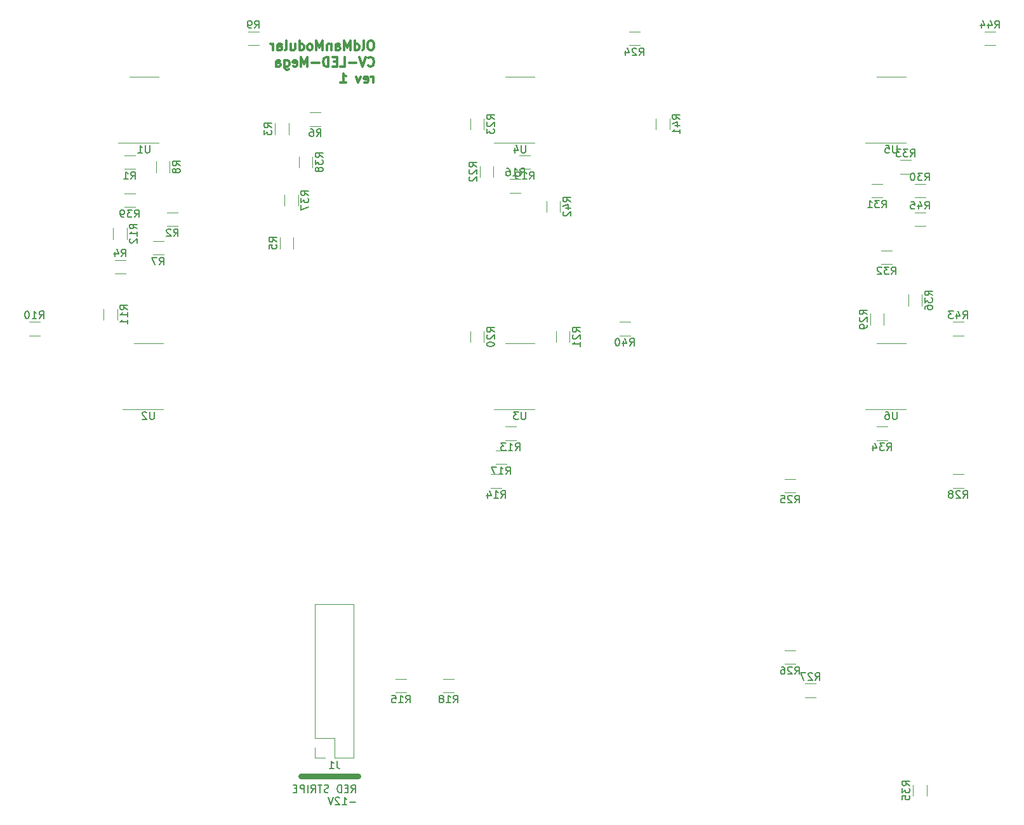
<source format=gbr>
%TF.GenerationSoftware,KiCad,Pcbnew,(5.1.8)-1*%
%TF.CreationDate,2021-01-26T23:12:48-05:00*%
%TF.ProjectId,LedController2,4c656443-6f6e-4747-926f-6c6c6572322e,rev?*%
%TF.SameCoordinates,Original*%
%TF.FileFunction,Legend,Bot*%
%TF.FilePolarity,Positive*%
%FSLAX46Y46*%
G04 Gerber Fmt 4.6, Leading zero omitted, Abs format (unit mm)*
G04 Created by KiCad (PCBNEW (5.1.8)-1) date 2021-01-26 23:12:48*
%MOMM*%
%LPD*%
G01*
G04 APERTURE LIST*
%ADD10C,0.300000*%
%ADD11C,0.150000*%
%ADD12C,0.750000*%
%ADD13C,0.120000*%
G04 APERTURE END LIST*
D10*
X50069285Y-2220476D02*
X49831190Y-2220476D01*
X49712142Y-2280000D01*
X49593095Y-2399047D01*
X49533571Y-2637142D01*
X49533571Y-3053809D01*
X49593095Y-3291904D01*
X49712142Y-3410952D01*
X49831190Y-3470476D01*
X50069285Y-3470476D01*
X50188333Y-3410952D01*
X50307380Y-3291904D01*
X50366904Y-3053809D01*
X50366904Y-2637142D01*
X50307380Y-2399047D01*
X50188333Y-2280000D01*
X50069285Y-2220476D01*
X48819285Y-3470476D02*
X48938333Y-3410952D01*
X48997857Y-3291904D01*
X48997857Y-2220476D01*
X47807380Y-3470476D02*
X47807380Y-2220476D01*
X47807380Y-3410952D02*
X47926428Y-3470476D01*
X48164523Y-3470476D01*
X48283571Y-3410952D01*
X48343095Y-3351428D01*
X48402619Y-3232380D01*
X48402619Y-2875238D01*
X48343095Y-2756190D01*
X48283571Y-2696666D01*
X48164523Y-2637142D01*
X47926428Y-2637142D01*
X47807380Y-2696666D01*
X47212142Y-3470476D02*
X47212142Y-2220476D01*
X46795476Y-3113333D01*
X46378809Y-2220476D01*
X46378809Y-3470476D01*
X45247857Y-3470476D02*
X45247857Y-2815714D01*
X45307380Y-2696666D01*
X45426428Y-2637142D01*
X45664523Y-2637142D01*
X45783571Y-2696666D01*
X45247857Y-3410952D02*
X45366904Y-3470476D01*
X45664523Y-3470476D01*
X45783571Y-3410952D01*
X45843095Y-3291904D01*
X45843095Y-3172857D01*
X45783571Y-3053809D01*
X45664523Y-2994285D01*
X45366904Y-2994285D01*
X45247857Y-2934761D01*
X44652619Y-2637142D02*
X44652619Y-3470476D01*
X44652619Y-2756190D02*
X44593095Y-2696666D01*
X44474047Y-2637142D01*
X44295476Y-2637142D01*
X44176428Y-2696666D01*
X44116904Y-2815714D01*
X44116904Y-3470476D01*
X43521666Y-3470476D02*
X43521666Y-2220476D01*
X43105000Y-3113333D01*
X42688333Y-2220476D01*
X42688333Y-3470476D01*
X41914523Y-3470476D02*
X42033571Y-3410952D01*
X42093095Y-3351428D01*
X42152619Y-3232380D01*
X42152619Y-2875238D01*
X42093095Y-2756190D01*
X42033571Y-2696666D01*
X41914523Y-2637142D01*
X41735952Y-2637142D01*
X41616904Y-2696666D01*
X41557380Y-2756190D01*
X41497857Y-2875238D01*
X41497857Y-3232380D01*
X41557380Y-3351428D01*
X41616904Y-3410952D01*
X41735952Y-3470476D01*
X41914523Y-3470476D01*
X40426428Y-3470476D02*
X40426428Y-2220476D01*
X40426428Y-3410952D02*
X40545476Y-3470476D01*
X40783571Y-3470476D01*
X40902619Y-3410952D01*
X40962142Y-3351428D01*
X41021666Y-3232380D01*
X41021666Y-2875238D01*
X40962142Y-2756190D01*
X40902619Y-2696666D01*
X40783571Y-2637142D01*
X40545476Y-2637142D01*
X40426428Y-2696666D01*
X39295476Y-2637142D02*
X39295476Y-3470476D01*
X39831190Y-2637142D02*
X39831190Y-3291904D01*
X39771666Y-3410952D01*
X39652619Y-3470476D01*
X39474047Y-3470476D01*
X39355000Y-3410952D01*
X39295476Y-3351428D01*
X38521666Y-3470476D02*
X38640714Y-3410952D01*
X38700238Y-3291904D01*
X38700238Y-2220476D01*
X37509761Y-3470476D02*
X37509761Y-2815714D01*
X37569285Y-2696666D01*
X37688333Y-2637142D01*
X37926428Y-2637142D01*
X38045476Y-2696666D01*
X37509761Y-3410952D02*
X37628809Y-3470476D01*
X37926428Y-3470476D01*
X38045476Y-3410952D01*
X38105000Y-3291904D01*
X38105000Y-3172857D01*
X38045476Y-3053809D01*
X37926428Y-2994285D01*
X37628809Y-2994285D01*
X37509761Y-2934761D01*
X36914523Y-3470476D02*
X36914523Y-2637142D01*
X36914523Y-2875238D02*
X36855000Y-2756190D01*
X36795476Y-2696666D01*
X36676428Y-2637142D01*
X36557380Y-2637142D01*
X49593095Y-5526428D02*
X49652619Y-5585952D01*
X49831190Y-5645476D01*
X49950238Y-5645476D01*
X50128809Y-5585952D01*
X50247857Y-5466904D01*
X50307380Y-5347857D01*
X50366904Y-5109761D01*
X50366904Y-4931190D01*
X50307380Y-4693095D01*
X50247857Y-4574047D01*
X50128809Y-4455000D01*
X49950238Y-4395476D01*
X49831190Y-4395476D01*
X49652619Y-4455000D01*
X49593095Y-4514523D01*
X49235952Y-4395476D02*
X48819285Y-5645476D01*
X48402619Y-4395476D01*
X47985952Y-5169285D02*
X47033571Y-5169285D01*
X45843095Y-5645476D02*
X46438333Y-5645476D01*
X46438333Y-4395476D01*
X45426428Y-4990714D02*
X45009761Y-4990714D01*
X44831190Y-5645476D02*
X45426428Y-5645476D01*
X45426428Y-4395476D01*
X44831190Y-4395476D01*
X44295476Y-5645476D02*
X44295476Y-4395476D01*
X43997857Y-4395476D01*
X43819285Y-4455000D01*
X43700238Y-4574047D01*
X43640714Y-4693095D01*
X43581190Y-4931190D01*
X43581190Y-5109761D01*
X43640714Y-5347857D01*
X43700238Y-5466904D01*
X43819285Y-5585952D01*
X43997857Y-5645476D01*
X44295476Y-5645476D01*
X43045476Y-5169285D02*
X42093095Y-5169285D01*
X41497857Y-5645476D02*
X41497857Y-4395476D01*
X41081190Y-5288333D01*
X40664523Y-4395476D01*
X40664523Y-5645476D01*
X39593095Y-5585952D02*
X39712142Y-5645476D01*
X39950238Y-5645476D01*
X40069285Y-5585952D01*
X40128809Y-5466904D01*
X40128809Y-4990714D01*
X40069285Y-4871666D01*
X39950238Y-4812142D01*
X39712142Y-4812142D01*
X39593095Y-4871666D01*
X39533571Y-4990714D01*
X39533571Y-5109761D01*
X40128809Y-5228809D01*
X38462142Y-4812142D02*
X38462142Y-5824047D01*
X38521666Y-5943095D01*
X38581190Y-6002619D01*
X38700238Y-6062142D01*
X38878809Y-6062142D01*
X38997857Y-6002619D01*
X38462142Y-5585952D02*
X38581190Y-5645476D01*
X38819285Y-5645476D01*
X38938333Y-5585952D01*
X38997857Y-5526428D01*
X39057380Y-5407380D01*
X39057380Y-5050238D01*
X38997857Y-4931190D01*
X38938333Y-4871666D01*
X38819285Y-4812142D01*
X38581190Y-4812142D01*
X38462142Y-4871666D01*
X37331190Y-5645476D02*
X37331190Y-4990714D01*
X37390714Y-4871666D01*
X37509761Y-4812142D01*
X37747857Y-4812142D01*
X37866904Y-4871666D01*
X37331190Y-5585952D02*
X37450238Y-5645476D01*
X37747857Y-5645476D01*
X37866904Y-5585952D01*
X37926428Y-5466904D01*
X37926428Y-5347857D01*
X37866904Y-5228809D01*
X37747857Y-5169285D01*
X37450238Y-5169285D01*
X37331190Y-5109761D01*
X50307380Y-7820476D02*
X50307380Y-6987142D01*
X50307380Y-7225238D02*
X50247857Y-7106190D01*
X50188333Y-7046666D01*
X50069285Y-6987142D01*
X49950238Y-6987142D01*
X49057380Y-7760952D02*
X49176428Y-7820476D01*
X49414523Y-7820476D01*
X49533571Y-7760952D01*
X49593095Y-7641904D01*
X49593095Y-7165714D01*
X49533571Y-7046666D01*
X49414523Y-6987142D01*
X49176428Y-6987142D01*
X49057380Y-7046666D01*
X48997857Y-7165714D01*
X48997857Y-7284761D01*
X49593095Y-7403809D01*
X48581190Y-6987142D02*
X48283571Y-7820476D01*
X47985952Y-6987142D01*
X45902619Y-7820476D02*
X46616904Y-7820476D01*
X46259761Y-7820476D02*
X46259761Y-6570476D01*
X46378809Y-6749047D01*
X46497857Y-6868095D01*
X46616904Y-6927619D01*
D11*
X47352976Y-102497380D02*
X47686309Y-102021190D01*
X47924404Y-102497380D02*
X47924404Y-101497380D01*
X47543452Y-101497380D01*
X47448214Y-101545000D01*
X47400595Y-101592619D01*
X47352976Y-101687857D01*
X47352976Y-101830714D01*
X47400595Y-101925952D01*
X47448214Y-101973571D01*
X47543452Y-102021190D01*
X47924404Y-102021190D01*
X46924404Y-101973571D02*
X46591071Y-101973571D01*
X46448214Y-102497380D02*
X46924404Y-102497380D01*
X46924404Y-101497380D01*
X46448214Y-101497380D01*
X46019642Y-102497380D02*
X46019642Y-101497380D01*
X45781547Y-101497380D01*
X45638690Y-101545000D01*
X45543452Y-101640238D01*
X45495833Y-101735476D01*
X45448214Y-101925952D01*
X45448214Y-102068809D01*
X45495833Y-102259285D01*
X45543452Y-102354523D01*
X45638690Y-102449761D01*
X45781547Y-102497380D01*
X46019642Y-102497380D01*
X44305357Y-102449761D02*
X44162500Y-102497380D01*
X43924404Y-102497380D01*
X43829166Y-102449761D01*
X43781547Y-102402142D01*
X43733928Y-102306904D01*
X43733928Y-102211666D01*
X43781547Y-102116428D01*
X43829166Y-102068809D01*
X43924404Y-102021190D01*
X44114880Y-101973571D01*
X44210119Y-101925952D01*
X44257738Y-101878333D01*
X44305357Y-101783095D01*
X44305357Y-101687857D01*
X44257738Y-101592619D01*
X44210119Y-101545000D01*
X44114880Y-101497380D01*
X43876785Y-101497380D01*
X43733928Y-101545000D01*
X43448214Y-101497380D02*
X42876785Y-101497380D01*
X43162500Y-102497380D02*
X43162500Y-101497380D01*
X41972023Y-102497380D02*
X42305357Y-102021190D01*
X42543452Y-102497380D02*
X42543452Y-101497380D01*
X42162500Y-101497380D01*
X42067261Y-101545000D01*
X42019642Y-101592619D01*
X41972023Y-101687857D01*
X41972023Y-101830714D01*
X42019642Y-101925952D01*
X42067261Y-101973571D01*
X42162500Y-102021190D01*
X42543452Y-102021190D01*
X41543452Y-102497380D02*
X41543452Y-101497380D01*
X41067261Y-102497380D02*
X41067261Y-101497380D01*
X40686309Y-101497380D01*
X40591071Y-101545000D01*
X40543452Y-101592619D01*
X40495833Y-101687857D01*
X40495833Y-101830714D01*
X40543452Y-101925952D01*
X40591071Y-101973571D01*
X40686309Y-102021190D01*
X41067261Y-102021190D01*
X40067261Y-101973571D02*
X39733928Y-101973571D01*
X39591071Y-102497380D02*
X40067261Y-102497380D01*
X40067261Y-101497380D01*
X39591071Y-101497380D01*
X47924404Y-103766428D02*
X47162500Y-103766428D01*
X46162500Y-104147380D02*
X46733928Y-104147380D01*
X46448214Y-104147380D02*
X46448214Y-103147380D01*
X46543452Y-103290238D01*
X46638690Y-103385476D01*
X46733928Y-103433095D01*
X45781547Y-103242619D02*
X45733928Y-103195000D01*
X45638690Y-103147380D01*
X45400595Y-103147380D01*
X45305357Y-103195000D01*
X45257738Y-103242619D01*
X45210119Y-103337857D01*
X45210119Y-103433095D01*
X45257738Y-103575952D01*
X45829166Y-104147380D01*
X45210119Y-104147380D01*
X44924404Y-103147380D02*
X44591071Y-104147380D01*
X44257738Y-103147380D01*
D12*
X40640000Y-100330000D02*
X48260000Y-100330000D01*
D13*
%TO.C,R45*%
X123917064Y-25125000D02*
X122462936Y-25125000D01*
X123917064Y-26945000D02*
X122462936Y-26945000D01*
%TO.C,R44*%
X133249064Y-995000D02*
X131794936Y-995000D01*
X133249064Y-2815000D02*
X131794936Y-2815000D01*
%TO.C,R43*%
X128997064Y-39730000D02*
X127542936Y-39730000D01*
X128997064Y-41550000D02*
X127542936Y-41550000D01*
%TO.C,R42*%
X75205000Y-25049564D02*
X75205000Y-23595436D01*
X73385000Y-25049564D02*
X73385000Y-23595436D01*
%TO.C,R41*%
X89810000Y-14062064D02*
X89810000Y-12607936D01*
X87990000Y-14062064D02*
X87990000Y-12607936D01*
%TO.C,R40*%
X83092936Y-41550000D02*
X84547064Y-41550000D01*
X83092936Y-39730000D02*
X84547064Y-39730000D01*
%TO.C,R39*%
X17052936Y-24405000D02*
X18507064Y-24405000D01*
X17052936Y-22585000D02*
X18507064Y-22585000D01*
%TO.C,R38*%
X42185000Y-19142064D02*
X42185000Y-17687936D01*
X40365000Y-19142064D02*
X40365000Y-17687936D01*
%TO.C,R37*%
X40280000Y-24222064D02*
X40280000Y-22767936D01*
X38460000Y-24222064D02*
X38460000Y-22767936D01*
%TO.C,U5*%
X119340000Y-6995000D02*
X121290000Y-6995000D01*
X119340000Y-6995000D02*
X117390000Y-6995000D01*
X119340000Y-15865000D02*
X121290000Y-15865000D01*
X119340000Y-15865000D02*
X115890000Y-15865000D01*
%TO.C,U3*%
X69830000Y-42555000D02*
X71780000Y-42555000D01*
X69830000Y-42555000D02*
X67880000Y-42555000D01*
X69830000Y-51425000D02*
X71780000Y-51425000D01*
X69830000Y-51425000D02*
X66380000Y-51425000D01*
%TO.C,U1*%
X19685000Y-6995000D02*
X21635000Y-6995000D01*
X19685000Y-6995000D02*
X17735000Y-6995000D01*
X19685000Y-15865000D02*
X21635000Y-15865000D01*
X19685000Y-15865000D02*
X16235000Y-15865000D01*
%TO.C,U6*%
X119340000Y-42555000D02*
X121290000Y-42555000D01*
X119340000Y-42555000D02*
X117390000Y-42555000D01*
X119340000Y-51425000D02*
X121290000Y-51425000D01*
X119340000Y-51425000D02*
X115890000Y-51425000D01*
%TO.C,U4*%
X69830000Y-6995000D02*
X71780000Y-6995000D01*
X69830000Y-6995000D02*
X67880000Y-6995000D01*
X69830000Y-15865000D02*
X71780000Y-15865000D01*
X69830000Y-15865000D02*
X66380000Y-15865000D01*
%TO.C,U2*%
X20280000Y-42555000D02*
X22230000Y-42555000D01*
X20280000Y-42555000D02*
X18330000Y-42555000D01*
X20280000Y-51425000D02*
X22230000Y-51425000D01*
X20280000Y-51425000D02*
X16830000Y-51425000D01*
%TO.C,R36*%
X123465000Y-37557064D02*
X123465000Y-36102936D01*
X121645000Y-37557064D02*
X121645000Y-36102936D01*
%TO.C,R35*%
X122280000Y-101507936D02*
X122280000Y-102962064D01*
X124100000Y-101507936D02*
X124100000Y-102962064D01*
%TO.C,R34*%
X117382936Y-55520000D02*
X118837064Y-55520000D01*
X117382936Y-53700000D02*
X118837064Y-53700000D01*
%TO.C,R33*%
X122012064Y-18140000D02*
X120557936Y-18140000D01*
X122012064Y-19960000D02*
X120557936Y-19960000D01*
%TO.C,R32*%
X118017936Y-32025000D02*
X119472064Y-32025000D01*
X118017936Y-30205000D02*
X119472064Y-30205000D01*
%TO.C,R31*%
X116747936Y-23135000D02*
X118202064Y-23135000D01*
X116747936Y-21315000D02*
X118202064Y-21315000D01*
%TO.C,R30*%
X123917064Y-21315000D02*
X122462936Y-21315000D01*
X123917064Y-23135000D02*
X122462936Y-23135000D01*
%TO.C,R29*%
X116565000Y-38642936D02*
X116565000Y-40097064D01*
X118385000Y-38642936D02*
X118385000Y-40097064D01*
%TO.C,R28*%
X127542936Y-61870000D02*
X128997064Y-61870000D01*
X127542936Y-60050000D02*
X128997064Y-60050000D01*
%TO.C,R27*%
X109312064Y-87990000D02*
X107857936Y-87990000D01*
X109312064Y-89810000D02*
X107857936Y-89810000D01*
%TO.C,R26*%
X105124936Y-85365000D02*
X106579064Y-85365000D01*
X105124936Y-83545000D02*
X106579064Y-83545000D01*
%TO.C,R25*%
X105124936Y-62505000D02*
X106579064Y-62505000D01*
X105124936Y-60685000D02*
X106579064Y-60685000D01*
%TO.C,R24*%
X84362936Y-2815000D02*
X85817064Y-2815000D01*
X84362936Y-995000D02*
X85817064Y-995000D01*
%TO.C,R23*%
X65045000Y-14062064D02*
X65045000Y-12607936D01*
X63225000Y-14062064D02*
X63225000Y-12607936D01*
%TO.C,R22*%
X64495000Y-18957936D02*
X64495000Y-20412064D01*
X66315000Y-18957936D02*
X66315000Y-20412064D01*
%TO.C,R21*%
X76475000Y-42444564D02*
X76475000Y-40990436D01*
X74655000Y-42444564D02*
X74655000Y-40990436D01*
%TO.C,R20*%
X65045000Y-42444564D02*
X65045000Y-40990436D01*
X63225000Y-42444564D02*
X63225000Y-40990436D01*
%TO.C,R19*%
X69757936Y-19325000D02*
X71212064Y-19325000D01*
X69757936Y-17505000D02*
X71212064Y-17505000D01*
%TO.C,R18*%
X59597936Y-89175000D02*
X61052064Y-89175000D01*
X59597936Y-87355000D02*
X61052064Y-87355000D01*
%TO.C,R17*%
X66582936Y-58695000D02*
X68037064Y-58695000D01*
X66582936Y-56875000D02*
X68037064Y-56875000D01*
%TO.C,R16*%
X69942064Y-20680000D02*
X68487936Y-20680000D01*
X69942064Y-22500000D02*
X68487936Y-22500000D01*
%TO.C,R15*%
X53247936Y-89175000D02*
X54702064Y-89175000D01*
X53247936Y-87355000D02*
X54702064Y-87355000D01*
%TO.C,R14*%
X65947936Y-61870000D02*
X67402064Y-61870000D01*
X65947936Y-60050000D02*
X67402064Y-60050000D01*
%TO.C,R13*%
X67852936Y-55520000D02*
X69307064Y-55520000D01*
X67852936Y-53700000D02*
X69307064Y-53700000D01*
%TO.C,R12*%
X17420000Y-28667064D02*
X17420000Y-27212936D01*
X15600000Y-28667064D02*
X15600000Y-27212936D01*
%TO.C,R11*%
X16150000Y-39462064D02*
X16150000Y-38007936D01*
X14330000Y-39462064D02*
X14330000Y-38007936D01*
%TO.C,R10*%
X5807064Y-39730000D02*
X4352936Y-39730000D01*
X5807064Y-41550000D02*
X4352936Y-41550000D01*
%TO.C,R9*%
X35017064Y-995000D02*
X33562936Y-995000D01*
X35017064Y-2815000D02*
X33562936Y-2815000D01*
%TO.C,R8*%
X23135000Y-19777064D02*
X23135000Y-18322936D01*
X21315000Y-19777064D02*
X21315000Y-18322936D01*
%TO.C,R7*%
X20862936Y-30755000D02*
X22317064Y-30755000D01*
X20862936Y-28935000D02*
X22317064Y-28935000D01*
%TO.C,R6*%
X41817936Y-13610000D02*
X43272064Y-13610000D01*
X41817936Y-11790000D02*
X43272064Y-11790000D01*
%TO.C,R5*%
X37825000Y-28482936D02*
X37825000Y-29937064D01*
X39645000Y-28482936D02*
X39645000Y-29937064D01*
%TO.C,R4*%
X17237064Y-31475000D02*
X15782936Y-31475000D01*
X17237064Y-33295000D02*
X15782936Y-33295000D01*
%TO.C,R3*%
X37190000Y-13242936D02*
X37190000Y-14697064D01*
X39010000Y-13242936D02*
X39010000Y-14697064D01*
%TO.C,R2*%
X22767936Y-26945000D02*
X24222064Y-26945000D01*
X22767936Y-25125000D02*
X24222064Y-25125000D01*
%TO.C,R1*%
X17052936Y-19325000D02*
X18507064Y-19325000D01*
X17052936Y-17505000D02*
X18507064Y-17505000D01*
%TO.C,J1*%
X42485000Y-77410000D02*
X47685000Y-77410000D01*
X42485000Y-95250000D02*
X42485000Y-77410000D01*
X47685000Y-97850000D02*
X47685000Y-77410000D01*
X42485000Y-95250000D02*
X45085000Y-95250000D01*
X45085000Y-95250000D02*
X45085000Y-97850000D01*
X45085000Y-97850000D02*
X47685000Y-97850000D01*
X42485000Y-96520000D02*
X42485000Y-97850000D01*
X42485000Y-97850000D02*
X43815000Y-97850000D01*
%TO.C,R45*%
D11*
X123832857Y-24667380D02*
X124166190Y-24191190D01*
X124404285Y-24667380D02*
X124404285Y-23667380D01*
X124023333Y-23667380D01*
X123928095Y-23715000D01*
X123880476Y-23762619D01*
X123832857Y-23857857D01*
X123832857Y-24000714D01*
X123880476Y-24095952D01*
X123928095Y-24143571D01*
X124023333Y-24191190D01*
X124404285Y-24191190D01*
X122975714Y-24000714D02*
X122975714Y-24667380D01*
X123213809Y-23619761D02*
X123451904Y-24334047D01*
X122832857Y-24334047D01*
X121975714Y-23667380D02*
X122451904Y-23667380D01*
X122499523Y-24143571D01*
X122451904Y-24095952D01*
X122356666Y-24048333D01*
X122118571Y-24048333D01*
X122023333Y-24095952D01*
X121975714Y-24143571D01*
X121928095Y-24238809D01*
X121928095Y-24476904D01*
X121975714Y-24572142D01*
X122023333Y-24619761D01*
X122118571Y-24667380D01*
X122356666Y-24667380D01*
X122451904Y-24619761D01*
X122499523Y-24572142D01*
%TO.C,R44*%
X133164857Y-537380D02*
X133498190Y-61190D01*
X133736285Y-537380D02*
X133736285Y462619D01*
X133355333Y462619D01*
X133260095Y415000D01*
X133212476Y367380D01*
X133164857Y272142D01*
X133164857Y129285D01*
X133212476Y34047D01*
X133260095Y-13571D01*
X133355333Y-61190D01*
X133736285Y-61190D01*
X132307714Y129285D02*
X132307714Y-537380D01*
X132545809Y510238D02*
X132783904Y-204047D01*
X132164857Y-204047D01*
X131355333Y129285D02*
X131355333Y-537380D01*
X131593428Y510238D02*
X131831523Y-204047D01*
X131212476Y-204047D01*
%TO.C,R43*%
X128912857Y-39272380D02*
X129246190Y-38796190D01*
X129484285Y-39272380D02*
X129484285Y-38272380D01*
X129103333Y-38272380D01*
X129008095Y-38320000D01*
X128960476Y-38367619D01*
X128912857Y-38462857D01*
X128912857Y-38605714D01*
X128960476Y-38700952D01*
X129008095Y-38748571D01*
X129103333Y-38796190D01*
X129484285Y-38796190D01*
X128055714Y-38605714D02*
X128055714Y-39272380D01*
X128293809Y-38224761D02*
X128531904Y-38939047D01*
X127912857Y-38939047D01*
X127627142Y-38272380D02*
X127008095Y-38272380D01*
X127341428Y-38653333D01*
X127198571Y-38653333D01*
X127103333Y-38700952D01*
X127055714Y-38748571D01*
X127008095Y-38843809D01*
X127008095Y-39081904D01*
X127055714Y-39177142D01*
X127103333Y-39224761D01*
X127198571Y-39272380D01*
X127484285Y-39272380D01*
X127579523Y-39224761D01*
X127627142Y-39177142D01*
%TO.C,R42*%
X76567380Y-23679642D02*
X76091190Y-23346309D01*
X76567380Y-23108214D02*
X75567380Y-23108214D01*
X75567380Y-23489166D01*
X75615000Y-23584404D01*
X75662619Y-23632023D01*
X75757857Y-23679642D01*
X75900714Y-23679642D01*
X75995952Y-23632023D01*
X76043571Y-23584404D01*
X76091190Y-23489166D01*
X76091190Y-23108214D01*
X75900714Y-24536785D02*
X76567380Y-24536785D01*
X75519761Y-24298690D02*
X76234047Y-24060595D01*
X76234047Y-24679642D01*
X75662619Y-25012976D02*
X75615000Y-25060595D01*
X75567380Y-25155833D01*
X75567380Y-25393928D01*
X75615000Y-25489166D01*
X75662619Y-25536785D01*
X75757857Y-25584404D01*
X75853095Y-25584404D01*
X75995952Y-25536785D01*
X76567380Y-24965357D01*
X76567380Y-25584404D01*
%TO.C,R41*%
X91172380Y-12692142D02*
X90696190Y-12358809D01*
X91172380Y-12120714D02*
X90172380Y-12120714D01*
X90172380Y-12501666D01*
X90220000Y-12596904D01*
X90267619Y-12644523D01*
X90362857Y-12692142D01*
X90505714Y-12692142D01*
X90600952Y-12644523D01*
X90648571Y-12596904D01*
X90696190Y-12501666D01*
X90696190Y-12120714D01*
X90505714Y-13549285D02*
X91172380Y-13549285D01*
X90124761Y-13311190D02*
X90839047Y-13073095D01*
X90839047Y-13692142D01*
X91172380Y-14596904D02*
X91172380Y-14025476D01*
X91172380Y-14311190D02*
X90172380Y-14311190D01*
X90315238Y-14215952D01*
X90410476Y-14120714D01*
X90458095Y-14025476D01*
%TO.C,R40*%
X84462857Y-42912380D02*
X84796190Y-42436190D01*
X85034285Y-42912380D02*
X85034285Y-41912380D01*
X84653333Y-41912380D01*
X84558095Y-41960000D01*
X84510476Y-42007619D01*
X84462857Y-42102857D01*
X84462857Y-42245714D01*
X84510476Y-42340952D01*
X84558095Y-42388571D01*
X84653333Y-42436190D01*
X85034285Y-42436190D01*
X83605714Y-42245714D02*
X83605714Y-42912380D01*
X83843809Y-41864761D02*
X84081904Y-42579047D01*
X83462857Y-42579047D01*
X82891428Y-41912380D02*
X82796190Y-41912380D01*
X82700952Y-41960000D01*
X82653333Y-42007619D01*
X82605714Y-42102857D01*
X82558095Y-42293333D01*
X82558095Y-42531428D01*
X82605714Y-42721904D01*
X82653333Y-42817142D01*
X82700952Y-42864761D01*
X82796190Y-42912380D01*
X82891428Y-42912380D01*
X82986666Y-42864761D01*
X83034285Y-42817142D01*
X83081904Y-42721904D01*
X83129523Y-42531428D01*
X83129523Y-42293333D01*
X83081904Y-42102857D01*
X83034285Y-42007619D01*
X82986666Y-41960000D01*
X82891428Y-41912380D01*
%TO.C,R39*%
X18422857Y-25767380D02*
X18756190Y-25291190D01*
X18994285Y-25767380D02*
X18994285Y-24767380D01*
X18613333Y-24767380D01*
X18518095Y-24815000D01*
X18470476Y-24862619D01*
X18422857Y-24957857D01*
X18422857Y-25100714D01*
X18470476Y-25195952D01*
X18518095Y-25243571D01*
X18613333Y-25291190D01*
X18994285Y-25291190D01*
X18089523Y-24767380D02*
X17470476Y-24767380D01*
X17803809Y-25148333D01*
X17660952Y-25148333D01*
X17565714Y-25195952D01*
X17518095Y-25243571D01*
X17470476Y-25338809D01*
X17470476Y-25576904D01*
X17518095Y-25672142D01*
X17565714Y-25719761D01*
X17660952Y-25767380D01*
X17946666Y-25767380D01*
X18041904Y-25719761D01*
X18089523Y-25672142D01*
X16994285Y-25767380D02*
X16803809Y-25767380D01*
X16708571Y-25719761D01*
X16660952Y-25672142D01*
X16565714Y-25529285D01*
X16518095Y-25338809D01*
X16518095Y-24957857D01*
X16565714Y-24862619D01*
X16613333Y-24815000D01*
X16708571Y-24767380D01*
X16899047Y-24767380D01*
X16994285Y-24815000D01*
X17041904Y-24862619D01*
X17089523Y-24957857D01*
X17089523Y-25195952D01*
X17041904Y-25291190D01*
X16994285Y-25338809D01*
X16899047Y-25386428D01*
X16708571Y-25386428D01*
X16613333Y-25338809D01*
X16565714Y-25291190D01*
X16518095Y-25195952D01*
%TO.C,R38*%
X43547380Y-17772142D02*
X43071190Y-17438809D01*
X43547380Y-17200714D02*
X42547380Y-17200714D01*
X42547380Y-17581666D01*
X42595000Y-17676904D01*
X42642619Y-17724523D01*
X42737857Y-17772142D01*
X42880714Y-17772142D01*
X42975952Y-17724523D01*
X43023571Y-17676904D01*
X43071190Y-17581666D01*
X43071190Y-17200714D01*
X42547380Y-18105476D02*
X42547380Y-18724523D01*
X42928333Y-18391190D01*
X42928333Y-18534047D01*
X42975952Y-18629285D01*
X43023571Y-18676904D01*
X43118809Y-18724523D01*
X43356904Y-18724523D01*
X43452142Y-18676904D01*
X43499761Y-18629285D01*
X43547380Y-18534047D01*
X43547380Y-18248333D01*
X43499761Y-18153095D01*
X43452142Y-18105476D01*
X42975952Y-19295952D02*
X42928333Y-19200714D01*
X42880714Y-19153095D01*
X42785476Y-19105476D01*
X42737857Y-19105476D01*
X42642619Y-19153095D01*
X42595000Y-19200714D01*
X42547380Y-19295952D01*
X42547380Y-19486428D01*
X42595000Y-19581666D01*
X42642619Y-19629285D01*
X42737857Y-19676904D01*
X42785476Y-19676904D01*
X42880714Y-19629285D01*
X42928333Y-19581666D01*
X42975952Y-19486428D01*
X42975952Y-19295952D01*
X43023571Y-19200714D01*
X43071190Y-19153095D01*
X43166428Y-19105476D01*
X43356904Y-19105476D01*
X43452142Y-19153095D01*
X43499761Y-19200714D01*
X43547380Y-19295952D01*
X43547380Y-19486428D01*
X43499761Y-19581666D01*
X43452142Y-19629285D01*
X43356904Y-19676904D01*
X43166428Y-19676904D01*
X43071190Y-19629285D01*
X43023571Y-19581666D01*
X42975952Y-19486428D01*
%TO.C,R37*%
X41642380Y-22852142D02*
X41166190Y-22518809D01*
X41642380Y-22280714D02*
X40642380Y-22280714D01*
X40642380Y-22661666D01*
X40690000Y-22756904D01*
X40737619Y-22804523D01*
X40832857Y-22852142D01*
X40975714Y-22852142D01*
X41070952Y-22804523D01*
X41118571Y-22756904D01*
X41166190Y-22661666D01*
X41166190Y-22280714D01*
X40642380Y-23185476D02*
X40642380Y-23804523D01*
X41023333Y-23471190D01*
X41023333Y-23614047D01*
X41070952Y-23709285D01*
X41118571Y-23756904D01*
X41213809Y-23804523D01*
X41451904Y-23804523D01*
X41547142Y-23756904D01*
X41594761Y-23709285D01*
X41642380Y-23614047D01*
X41642380Y-23328333D01*
X41594761Y-23233095D01*
X41547142Y-23185476D01*
X40642380Y-24137857D02*
X40642380Y-24804523D01*
X41642380Y-24375952D01*
%TO.C,U5*%
X120101904Y-16162380D02*
X120101904Y-16971904D01*
X120054285Y-17067142D01*
X120006666Y-17114761D01*
X119911428Y-17162380D01*
X119720952Y-17162380D01*
X119625714Y-17114761D01*
X119578095Y-17067142D01*
X119530476Y-16971904D01*
X119530476Y-16162380D01*
X118578095Y-16162380D02*
X119054285Y-16162380D01*
X119101904Y-16638571D01*
X119054285Y-16590952D01*
X118959047Y-16543333D01*
X118720952Y-16543333D01*
X118625714Y-16590952D01*
X118578095Y-16638571D01*
X118530476Y-16733809D01*
X118530476Y-16971904D01*
X118578095Y-17067142D01*
X118625714Y-17114761D01*
X118720952Y-17162380D01*
X118959047Y-17162380D01*
X119054285Y-17114761D01*
X119101904Y-17067142D01*
%TO.C,U3*%
X70591904Y-51722380D02*
X70591904Y-52531904D01*
X70544285Y-52627142D01*
X70496666Y-52674761D01*
X70401428Y-52722380D01*
X70210952Y-52722380D01*
X70115714Y-52674761D01*
X70068095Y-52627142D01*
X70020476Y-52531904D01*
X70020476Y-51722380D01*
X69639523Y-51722380D02*
X69020476Y-51722380D01*
X69353809Y-52103333D01*
X69210952Y-52103333D01*
X69115714Y-52150952D01*
X69068095Y-52198571D01*
X69020476Y-52293809D01*
X69020476Y-52531904D01*
X69068095Y-52627142D01*
X69115714Y-52674761D01*
X69210952Y-52722380D01*
X69496666Y-52722380D01*
X69591904Y-52674761D01*
X69639523Y-52627142D01*
%TO.C,U1*%
X20446904Y-16162380D02*
X20446904Y-16971904D01*
X20399285Y-17067142D01*
X20351666Y-17114761D01*
X20256428Y-17162380D01*
X20065952Y-17162380D01*
X19970714Y-17114761D01*
X19923095Y-17067142D01*
X19875476Y-16971904D01*
X19875476Y-16162380D01*
X18875476Y-17162380D02*
X19446904Y-17162380D01*
X19161190Y-17162380D02*
X19161190Y-16162380D01*
X19256428Y-16305238D01*
X19351666Y-16400476D01*
X19446904Y-16448095D01*
%TO.C,U6*%
X120101904Y-51722380D02*
X120101904Y-52531904D01*
X120054285Y-52627142D01*
X120006666Y-52674761D01*
X119911428Y-52722380D01*
X119720952Y-52722380D01*
X119625714Y-52674761D01*
X119578095Y-52627142D01*
X119530476Y-52531904D01*
X119530476Y-51722380D01*
X118625714Y-51722380D02*
X118816190Y-51722380D01*
X118911428Y-51770000D01*
X118959047Y-51817619D01*
X119054285Y-51960476D01*
X119101904Y-52150952D01*
X119101904Y-52531904D01*
X119054285Y-52627142D01*
X119006666Y-52674761D01*
X118911428Y-52722380D01*
X118720952Y-52722380D01*
X118625714Y-52674761D01*
X118578095Y-52627142D01*
X118530476Y-52531904D01*
X118530476Y-52293809D01*
X118578095Y-52198571D01*
X118625714Y-52150952D01*
X118720952Y-52103333D01*
X118911428Y-52103333D01*
X119006666Y-52150952D01*
X119054285Y-52198571D01*
X119101904Y-52293809D01*
%TO.C,U4*%
X70591904Y-16162380D02*
X70591904Y-16971904D01*
X70544285Y-17067142D01*
X70496666Y-17114761D01*
X70401428Y-17162380D01*
X70210952Y-17162380D01*
X70115714Y-17114761D01*
X70068095Y-17067142D01*
X70020476Y-16971904D01*
X70020476Y-16162380D01*
X69115714Y-16495714D02*
X69115714Y-17162380D01*
X69353809Y-16114761D02*
X69591904Y-16829047D01*
X68972857Y-16829047D01*
%TO.C,U2*%
X21041904Y-51722380D02*
X21041904Y-52531904D01*
X20994285Y-52627142D01*
X20946666Y-52674761D01*
X20851428Y-52722380D01*
X20660952Y-52722380D01*
X20565714Y-52674761D01*
X20518095Y-52627142D01*
X20470476Y-52531904D01*
X20470476Y-51722380D01*
X20041904Y-51817619D02*
X19994285Y-51770000D01*
X19899047Y-51722380D01*
X19660952Y-51722380D01*
X19565714Y-51770000D01*
X19518095Y-51817619D01*
X19470476Y-51912857D01*
X19470476Y-52008095D01*
X19518095Y-52150952D01*
X20089523Y-52722380D01*
X19470476Y-52722380D01*
%TO.C,R36*%
X124827380Y-36187142D02*
X124351190Y-35853809D01*
X124827380Y-35615714D02*
X123827380Y-35615714D01*
X123827380Y-35996666D01*
X123875000Y-36091904D01*
X123922619Y-36139523D01*
X124017857Y-36187142D01*
X124160714Y-36187142D01*
X124255952Y-36139523D01*
X124303571Y-36091904D01*
X124351190Y-35996666D01*
X124351190Y-35615714D01*
X123827380Y-36520476D02*
X123827380Y-37139523D01*
X124208333Y-36806190D01*
X124208333Y-36949047D01*
X124255952Y-37044285D01*
X124303571Y-37091904D01*
X124398809Y-37139523D01*
X124636904Y-37139523D01*
X124732142Y-37091904D01*
X124779761Y-37044285D01*
X124827380Y-36949047D01*
X124827380Y-36663333D01*
X124779761Y-36568095D01*
X124732142Y-36520476D01*
X123827380Y-37996666D02*
X123827380Y-37806190D01*
X123875000Y-37710952D01*
X123922619Y-37663333D01*
X124065476Y-37568095D01*
X124255952Y-37520476D01*
X124636904Y-37520476D01*
X124732142Y-37568095D01*
X124779761Y-37615714D01*
X124827380Y-37710952D01*
X124827380Y-37901428D01*
X124779761Y-37996666D01*
X124732142Y-38044285D01*
X124636904Y-38091904D01*
X124398809Y-38091904D01*
X124303571Y-38044285D01*
X124255952Y-37996666D01*
X124208333Y-37901428D01*
X124208333Y-37710952D01*
X124255952Y-37615714D01*
X124303571Y-37568095D01*
X124398809Y-37520476D01*
%TO.C,R35*%
X121822380Y-101592142D02*
X121346190Y-101258809D01*
X121822380Y-101020714D02*
X120822380Y-101020714D01*
X120822380Y-101401666D01*
X120870000Y-101496904D01*
X120917619Y-101544523D01*
X121012857Y-101592142D01*
X121155714Y-101592142D01*
X121250952Y-101544523D01*
X121298571Y-101496904D01*
X121346190Y-101401666D01*
X121346190Y-101020714D01*
X120822380Y-101925476D02*
X120822380Y-102544523D01*
X121203333Y-102211190D01*
X121203333Y-102354047D01*
X121250952Y-102449285D01*
X121298571Y-102496904D01*
X121393809Y-102544523D01*
X121631904Y-102544523D01*
X121727142Y-102496904D01*
X121774761Y-102449285D01*
X121822380Y-102354047D01*
X121822380Y-102068333D01*
X121774761Y-101973095D01*
X121727142Y-101925476D01*
X120822380Y-103449285D02*
X120822380Y-102973095D01*
X121298571Y-102925476D01*
X121250952Y-102973095D01*
X121203333Y-103068333D01*
X121203333Y-103306428D01*
X121250952Y-103401666D01*
X121298571Y-103449285D01*
X121393809Y-103496904D01*
X121631904Y-103496904D01*
X121727142Y-103449285D01*
X121774761Y-103401666D01*
X121822380Y-103306428D01*
X121822380Y-103068333D01*
X121774761Y-102973095D01*
X121727142Y-102925476D01*
%TO.C,R34*%
X118752857Y-56882380D02*
X119086190Y-56406190D01*
X119324285Y-56882380D02*
X119324285Y-55882380D01*
X118943333Y-55882380D01*
X118848095Y-55930000D01*
X118800476Y-55977619D01*
X118752857Y-56072857D01*
X118752857Y-56215714D01*
X118800476Y-56310952D01*
X118848095Y-56358571D01*
X118943333Y-56406190D01*
X119324285Y-56406190D01*
X118419523Y-55882380D02*
X117800476Y-55882380D01*
X118133809Y-56263333D01*
X117990952Y-56263333D01*
X117895714Y-56310952D01*
X117848095Y-56358571D01*
X117800476Y-56453809D01*
X117800476Y-56691904D01*
X117848095Y-56787142D01*
X117895714Y-56834761D01*
X117990952Y-56882380D01*
X118276666Y-56882380D01*
X118371904Y-56834761D01*
X118419523Y-56787142D01*
X116943333Y-56215714D02*
X116943333Y-56882380D01*
X117181428Y-55834761D02*
X117419523Y-56549047D01*
X116800476Y-56549047D01*
%TO.C,R33*%
X121927857Y-17682380D02*
X122261190Y-17206190D01*
X122499285Y-17682380D02*
X122499285Y-16682380D01*
X122118333Y-16682380D01*
X122023095Y-16730000D01*
X121975476Y-16777619D01*
X121927857Y-16872857D01*
X121927857Y-17015714D01*
X121975476Y-17110952D01*
X122023095Y-17158571D01*
X122118333Y-17206190D01*
X122499285Y-17206190D01*
X121594523Y-16682380D02*
X120975476Y-16682380D01*
X121308809Y-17063333D01*
X121165952Y-17063333D01*
X121070714Y-17110952D01*
X121023095Y-17158571D01*
X120975476Y-17253809D01*
X120975476Y-17491904D01*
X121023095Y-17587142D01*
X121070714Y-17634761D01*
X121165952Y-17682380D01*
X121451666Y-17682380D01*
X121546904Y-17634761D01*
X121594523Y-17587142D01*
X120642142Y-16682380D02*
X120023095Y-16682380D01*
X120356428Y-17063333D01*
X120213571Y-17063333D01*
X120118333Y-17110952D01*
X120070714Y-17158571D01*
X120023095Y-17253809D01*
X120023095Y-17491904D01*
X120070714Y-17587142D01*
X120118333Y-17634761D01*
X120213571Y-17682380D01*
X120499285Y-17682380D01*
X120594523Y-17634761D01*
X120642142Y-17587142D01*
%TO.C,R32*%
X119387857Y-33387380D02*
X119721190Y-32911190D01*
X119959285Y-33387380D02*
X119959285Y-32387380D01*
X119578333Y-32387380D01*
X119483095Y-32435000D01*
X119435476Y-32482619D01*
X119387857Y-32577857D01*
X119387857Y-32720714D01*
X119435476Y-32815952D01*
X119483095Y-32863571D01*
X119578333Y-32911190D01*
X119959285Y-32911190D01*
X119054523Y-32387380D02*
X118435476Y-32387380D01*
X118768809Y-32768333D01*
X118625952Y-32768333D01*
X118530714Y-32815952D01*
X118483095Y-32863571D01*
X118435476Y-32958809D01*
X118435476Y-33196904D01*
X118483095Y-33292142D01*
X118530714Y-33339761D01*
X118625952Y-33387380D01*
X118911666Y-33387380D01*
X119006904Y-33339761D01*
X119054523Y-33292142D01*
X118054523Y-32482619D02*
X118006904Y-32435000D01*
X117911666Y-32387380D01*
X117673571Y-32387380D01*
X117578333Y-32435000D01*
X117530714Y-32482619D01*
X117483095Y-32577857D01*
X117483095Y-32673095D01*
X117530714Y-32815952D01*
X118102142Y-33387380D01*
X117483095Y-33387380D01*
%TO.C,R31*%
X118117857Y-24497380D02*
X118451190Y-24021190D01*
X118689285Y-24497380D02*
X118689285Y-23497380D01*
X118308333Y-23497380D01*
X118213095Y-23545000D01*
X118165476Y-23592619D01*
X118117857Y-23687857D01*
X118117857Y-23830714D01*
X118165476Y-23925952D01*
X118213095Y-23973571D01*
X118308333Y-24021190D01*
X118689285Y-24021190D01*
X117784523Y-23497380D02*
X117165476Y-23497380D01*
X117498809Y-23878333D01*
X117355952Y-23878333D01*
X117260714Y-23925952D01*
X117213095Y-23973571D01*
X117165476Y-24068809D01*
X117165476Y-24306904D01*
X117213095Y-24402142D01*
X117260714Y-24449761D01*
X117355952Y-24497380D01*
X117641666Y-24497380D01*
X117736904Y-24449761D01*
X117784523Y-24402142D01*
X116213095Y-24497380D02*
X116784523Y-24497380D01*
X116498809Y-24497380D02*
X116498809Y-23497380D01*
X116594047Y-23640238D01*
X116689285Y-23735476D01*
X116784523Y-23783095D01*
%TO.C,R30*%
X123832857Y-20857380D02*
X124166190Y-20381190D01*
X124404285Y-20857380D02*
X124404285Y-19857380D01*
X124023333Y-19857380D01*
X123928095Y-19905000D01*
X123880476Y-19952619D01*
X123832857Y-20047857D01*
X123832857Y-20190714D01*
X123880476Y-20285952D01*
X123928095Y-20333571D01*
X124023333Y-20381190D01*
X124404285Y-20381190D01*
X123499523Y-19857380D02*
X122880476Y-19857380D01*
X123213809Y-20238333D01*
X123070952Y-20238333D01*
X122975714Y-20285952D01*
X122928095Y-20333571D01*
X122880476Y-20428809D01*
X122880476Y-20666904D01*
X122928095Y-20762142D01*
X122975714Y-20809761D01*
X123070952Y-20857380D01*
X123356666Y-20857380D01*
X123451904Y-20809761D01*
X123499523Y-20762142D01*
X122261428Y-19857380D02*
X122166190Y-19857380D01*
X122070952Y-19905000D01*
X122023333Y-19952619D01*
X121975714Y-20047857D01*
X121928095Y-20238333D01*
X121928095Y-20476428D01*
X121975714Y-20666904D01*
X122023333Y-20762142D01*
X122070952Y-20809761D01*
X122166190Y-20857380D01*
X122261428Y-20857380D01*
X122356666Y-20809761D01*
X122404285Y-20762142D01*
X122451904Y-20666904D01*
X122499523Y-20476428D01*
X122499523Y-20238333D01*
X122451904Y-20047857D01*
X122404285Y-19952619D01*
X122356666Y-19905000D01*
X122261428Y-19857380D01*
%TO.C,R29*%
X116107380Y-38727142D02*
X115631190Y-38393809D01*
X116107380Y-38155714D02*
X115107380Y-38155714D01*
X115107380Y-38536666D01*
X115155000Y-38631904D01*
X115202619Y-38679523D01*
X115297857Y-38727142D01*
X115440714Y-38727142D01*
X115535952Y-38679523D01*
X115583571Y-38631904D01*
X115631190Y-38536666D01*
X115631190Y-38155714D01*
X115202619Y-39108095D02*
X115155000Y-39155714D01*
X115107380Y-39250952D01*
X115107380Y-39489047D01*
X115155000Y-39584285D01*
X115202619Y-39631904D01*
X115297857Y-39679523D01*
X115393095Y-39679523D01*
X115535952Y-39631904D01*
X116107380Y-39060476D01*
X116107380Y-39679523D01*
X116107380Y-40155714D02*
X116107380Y-40346190D01*
X116059761Y-40441428D01*
X116012142Y-40489047D01*
X115869285Y-40584285D01*
X115678809Y-40631904D01*
X115297857Y-40631904D01*
X115202619Y-40584285D01*
X115155000Y-40536666D01*
X115107380Y-40441428D01*
X115107380Y-40250952D01*
X115155000Y-40155714D01*
X115202619Y-40108095D01*
X115297857Y-40060476D01*
X115535952Y-40060476D01*
X115631190Y-40108095D01*
X115678809Y-40155714D01*
X115726428Y-40250952D01*
X115726428Y-40441428D01*
X115678809Y-40536666D01*
X115631190Y-40584285D01*
X115535952Y-40631904D01*
%TO.C,R28*%
X128912857Y-63232380D02*
X129246190Y-62756190D01*
X129484285Y-63232380D02*
X129484285Y-62232380D01*
X129103333Y-62232380D01*
X129008095Y-62280000D01*
X128960476Y-62327619D01*
X128912857Y-62422857D01*
X128912857Y-62565714D01*
X128960476Y-62660952D01*
X129008095Y-62708571D01*
X129103333Y-62756190D01*
X129484285Y-62756190D01*
X128531904Y-62327619D02*
X128484285Y-62280000D01*
X128389047Y-62232380D01*
X128150952Y-62232380D01*
X128055714Y-62280000D01*
X128008095Y-62327619D01*
X127960476Y-62422857D01*
X127960476Y-62518095D01*
X128008095Y-62660952D01*
X128579523Y-63232380D01*
X127960476Y-63232380D01*
X127389047Y-62660952D02*
X127484285Y-62613333D01*
X127531904Y-62565714D01*
X127579523Y-62470476D01*
X127579523Y-62422857D01*
X127531904Y-62327619D01*
X127484285Y-62280000D01*
X127389047Y-62232380D01*
X127198571Y-62232380D01*
X127103333Y-62280000D01*
X127055714Y-62327619D01*
X127008095Y-62422857D01*
X127008095Y-62470476D01*
X127055714Y-62565714D01*
X127103333Y-62613333D01*
X127198571Y-62660952D01*
X127389047Y-62660952D01*
X127484285Y-62708571D01*
X127531904Y-62756190D01*
X127579523Y-62851428D01*
X127579523Y-63041904D01*
X127531904Y-63137142D01*
X127484285Y-63184761D01*
X127389047Y-63232380D01*
X127198571Y-63232380D01*
X127103333Y-63184761D01*
X127055714Y-63137142D01*
X127008095Y-63041904D01*
X127008095Y-62851428D01*
X127055714Y-62756190D01*
X127103333Y-62708571D01*
X127198571Y-62660952D01*
%TO.C,R27*%
X109227857Y-87532380D02*
X109561190Y-87056190D01*
X109799285Y-87532380D02*
X109799285Y-86532380D01*
X109418333Y-86532380D01*
X109323095Y-86580000D01*
X109275476Y-86627619D01*
X109227857Y-86722857D01*
X109227857Y-86865714D01*
X109275476Y-86960952D01*
X109323095Y-87008571D01*
X109418333Y-87056190D01*
X109799285Y-87056190D01*
X108846904Y-86627619D02*
X108799285Y-86580000D01*
X108704047Y-86532380D01*
X108465952Y-86532380D01*
X108370714Y-86580000D01*
X108323095Y-86627619D01*
X108275476Y-86722857D01*
X108275476Y-86818095D01*
X108323095Y-86960952D01*
X108894523Y-87532380D01*
X108275476Y-87532380D01*
X107942142Y-86532380D02*
X107275476Y-86532380D01*
X107704047Y-87532380D01*
%TO.C,R26*%
X106494857Y-86727380D02*
X106828190Y-86251190D01*
X107066285Y-86727380D02*
X107066285Y-85727380D01*
X106685333Y-85727380D01*
X106590095Y-85775000D01*
X106542476Y-85822619D01*
X106494857Y-85917857D01*
X106494857Y-86060714D01*
X106542476Y-86155952D01*
X106590095Y-86203571D01*
X106685333Y-86251190D01*
X107066285Y-86251190D01*
X106113904Y-85822619D02*
X106066285Y-85775000D01*
X105971047Y-85727380D01*
X105732952Y-85727380D01*
X105637714Y-85775000D01*
X105590095Y-85822619D01*
X105542476Y-85917857D01*
X105542476Y-86013095D01*
X105590095Y-86155952D01*
X106161523Y-86727380D01*
X105542476Y-86727380D01*
X104685333Y-85727380D02*
X104875809Y-85727380D01*
X104971047Y-85775000D01*
X105018666Y-85822619D01*
X105113904Y-85965476D01*
X105161523Y-86155952D01*
X105161523Y-86536904D01*
X105113904Y-86632142D01*
X105066285Y-86679761D01*
X104971047Y-86727380D01*
X104780571Y-86727380D01*
X104685333Y-86679761D01*
X104637714Y-86632142D01*
X104590095Y-86536904D01*
X104590095Y-86298809D01*
X104637714Y-86203571D01*
X104685333Y-86155952D01*
X104780571Y-86108333D01*
X104971047Y-86108333D01*
X105066285Y-86155952D01*
X105113904Y-86203571D01*
X105161523Y-86298809D01*
%TO.C,R25*%
X106494857Y-63867380D02*
X106828190Y-63391190D01*
X107066285Y-63867380D02*
X107066285Y-62867380D01*
X106685333Y-62867380D01*
X106590095Y-62915000D01*
X106542476Y-62962619D01*
X106494857Y-63057857D01*
X106494857Y-63200714D01*
X106542476Y-63295952D01*
X106590095Y-63343571D01*
X106685333Y-63391190D01*
X107066285Y-63391190D01*
X106113904Y-62962619D02*
X106066285Y-62915000D01*
X105971047Y-62867380D01*
X105732952Y-62867380D01*
X105637714Y-62915000D01*
X105590095Y-62962619D01*
X105542476Y-63057857D01*
X105542476Y-63153095D01*
X105590095Y-63295952D01*
X106161523Y-63867380D01*
X105542476Y-63867380D01*
X104637714Y-62867380D02*
X105113904Y-62867380D01*
X105161523Y-63343571D01*
X105113904Y-63295952D01*
X105018666Y-63248333D01*
X104780571Y-63248333D01*
X104685333Y-63295952D01*
X104637714Y-63343571D01*
X104590095Y-63438809D01*
X104590095Y-63676904D01*
X104637714Y-63772142D01*
X104685333Y-63819761D01*
X104780571Y-63867380D01*
X105018666Y-63867380D01*
X105113904Y-63819761D01*
X105161523Y-63772142D01*
%TO.C,R24*%
X85732857Y-4177380D02*
X86066190Y-3701190D01*
X86304285Y-4177380D02*
X86304285Y-3177380D01*
X85923333Y-3177380D01*
X85828095Y-3225000D01*
X85780476Y-3272619D01*
X85732857Y-3367857D01*
X85732857Y-3510714D01*
X85780476Y-3605952D01*
X85828095Y-3653571D01*
X85923333Y-3701190D01*
X86304285Y-3701190D01*
X85351904Y-3272619D02*
X85304285Y-3225000D01*
X85209047Y-3177380D01*
X84970952Y-3177380D01*
X84875714Y-3225000D01*
X84828095Y-3272619D01*
X84780476Y-3367857D01*
X84780476Y-3463095D01*
X84828095Y-3605952D01*
X85399523Y-4177380D01*
X84780476Y-4177380D01*
X83923333Y-3510714D02*
X83923333Y-4177380D01*
X84161428Y-3129761D02*
X84399523Y-3844047D01*
X83780476Y-3844047D01*
%TO.C,R23*%
X66407380Y-12692142D02*
X65931190Y-12358809D01*
X66407380Y-12120714D02*
X65407380Y-12120714D01*
X65407380Y-12501666D01*
X65455000Y-12596904D01*
X65502619Y-12644523D01*
X65597857Y-12692142D01*
X65740714Y-12692142D01*
X65835952Y-12644523D01*
X65883571Y-12596904D01*
X65931190Y-12501666D01*
X65931190Y-12120714D01*
X65502619Y-13073095D02*
X65455000Y-13120714D01*
X65407380Y-13215952D01*
X65407380Y-13454047D01*
X65455000Y-13549285D01*
X65502619Y-13596904D01*
X65597857Y-13644523D01*
X65693095Y-13644523D01*
X65835952Y-13596904D01*
X66407380Y-13025476D01*
X66407380Y-13644523D01*
X65407380Y-13977857D02*
X65407380Y-14596904D01*
X65788333Y-14263571D01*
X65788333Y-14406428D01*
X65835952Y-14501666D01*
X65883571Y-14549285D01*
X65978809Y-14596904D01*
X66216904Y-14596904D01*
X66312142Y-14549285D01*
X66359761Y-14501666D01*
X66407380Y-14406428D01*
X66407380Y-14120714D01*
X66359761Y-14025476D01*
X66312142Y-13977857D01*
%TO.C,R22*%
X64037380Y-19042142D02*
X63561190Y-18708809D01*
X64037380Y-18470714D02*
X63037380Y-18470714D01*
X63037380Y-18851666D01*
X63085000Y-18946904D01*
X63132619Y-18994523D01*
X63227857Y-19042142D01*
X63370714Y-19042142D01*
X63465952Y-18994523D01*
X63513571Y-18946904D01*
X63561190Y-18851666D01*
X63561190Y-18470714D01*
X63132619Y-19423095D02*
X63085000Y-19470714D01*
X63037380Y-19565952D01*
X63037380Y-19804047D01*
X63085000Y-19899285D01*
X63132619Y-19946904D01*
X63227857Y-19994523D01*
X63323095Y-19994523D01*
X63465952Y-19946904D01*
X64037380Y-19375476D01*
X64037380Y-19994523D01*
X63132619Y-20375476D02*
X63085000Y-20423095D01*
X63037380Y-20518333D01*
X63037380Y-20756428D01*
X63085000Y-20851666D01*
X63132619Y-20899285D01*
X63227857Y-20946904D01*
X63323095Y-20946904D01*
X63465952Y-20899285D01*
X64037380Y-20327857D01*
X64037380Y-20946904D01*
%TO.C,R21*%
X77837380Y-41074642D02*
X77361190Y-40741309D01*
X77837380Y-40503214D02*
X76837380Y-40503214D01*
X76837380Y-40884166D01*
X76885000Y-40979404D01*
X76932619Y-41027023D01*
X77027857Y-41074642D01*
X77170714Y-41074642D01*
X77265952Y-41027023D01*
X77313571Y-40979404D01*
X77361190Y-40884166D01*
X77361190Y-40503214D01*
X76932619Y-41455595D02*
X76885000Y-41503214D01*
X76837380Y-41598452D01*
X76837380Y-41836547D01*
X76885000Y-41931785D01*
X76932619Y-41979404D01*
X77027857Y-42027023D01*
X77123095Y-42027023D01*
X77265952Y-41979404D01*
X77837380Y-41407976D01*
X77837380Y-42027023D01*
X77837380Y-42979404D02*
X77837380Y-42407976D01*
X77837380Y-42693690D02*
X76837380Y-42693690D01*
X76980238Y-42598452D01*
X77075476Y-42503214D01*
X77123095Y-42407976D01*
%TO.C,R20*%
X66407380Y-41074642D02*
X65931190Y-40741309D01*
X66407380Y-40503214D02*
X65407380Y-40503214D01*
X65407380Y-40884166D01*
X65455000Y-40979404D01*
X65502619Y-41027023D01*
X65597857Y-41074642D01*
X65740714Y-41074642D01*
X65835952Y-41027023D01*
X65883571Y-40979404D01*
X65931190Y-40884166D01*
X65931190Y-40503214D01*
X65502619Y-41455595D02*
X65455000Y-41503214D01*
X65407380Y-41598452D01*
X65407380Y-41836547D01*
X65455000Y-41931785D01*
X65502619Y-41979404D01*
X65597857Y-42027023D01*
X65693095Y-42027023D01*
X65835952Y-41979404D01*
X66407380Y-41407976D01*
X66407380Y-42027023D01*
X65407380Y-42646071D02*
X65407380Y-42741309D01*
X65455000Y-42836547D01*
X65502619Y-42884166D01*
X65597857Y-42931785D01*
X65788333Y-42979404D01*
X66026428Y-42979404D01*
X66216904Y-42931785D01*
X66312142Y-42884166D01*
X66359761Y-42836547D01*
X66407380Y-42741309D01*
X66407380Y-42646071D01*
X66359761Y-42550833D01*
X66312142Y-42503214D01*
X66216904Y-42455595D01*
X66026428Y-42407976D01*
X65788333Y-42407976D01*
X65597857Y-42455595D01*
X65502619Y-42503214D01*
X65455000Y-42550833D01*
X65407380Y-42646071D01*
%TO.C,R19*%
X71127857Y-20687380D02*
X71461190Y-20211190D01*
X71699285Y-20687380D02*
X71699285Y-19687380D01*
X71318333Y-19687380D01*
X71223095Y-19735000D01*
X71175476Y-19782619D01*
X71127857Y-19877857D01*
X71127857Y-20020714D01*
X71175476Y-20115952D01*
X71223095Y-20163571D01*
X71318333Y-20211190D01*
X71699285Y-20211190D01*
X70175476Y-20687380D02*
X70746904Y-20687380D01*
X70461190Y-20687380D02*
X70461190Y-19687380D01*
X70556428Y-19830238D01*
X70651666Y-19925476D01*
X70746904Y-19973095D01*
X69699285Y-20687380D02*
X69508809Y-20687380D01*
X69413571Y-20639761D01*
X69365952Y-20592142D01*
X69270714Y-20449285D01*
X69223095Y-20258809D01*
X69223095Y-19877857D01*
X69270714Y-19782619D01*
X69318333Y-19735000D01*
X69413571Y-19687380D01*
X69604047Y-19687380D01*
X69699285Y-19735000D01*
X69746904Y-19782619D01*
X69794523Y-19877857D01*
X69794523Y-20115952D01*
X69746904Y-20211190D01*
X69699285Y-20258809D01*
X69604047Y-20306428D01*
X69413571Y-20306428D01*
X69318333Y-20258809D01*
X69270714Y-20211190D01*
X69223095Y-20115952D01*
%TO.C,R18*%
X60967857Y-90537380D02*
X61301190Y-90061190D01*
X61539285Y-90537380D02*
X61539285Y-89537380D01*
X61158333Y-89537380D01*
X61063095Y-89585000D01*
X61015476Y-89632619D01*
X60967857Y-89727857D01*
X60967857Y-89870714D01*
X61015476Y-89965952D01*
X61063095Y-90013571D01*
X61158333Y-90061190D01*
X61539285Y-90061190D01*
X60015476Y-90537380D02*
X60586904Y-90537380D01*
X60301190Y-90537380D02*
X60301190Y-89537380D01*
X60396428Y-89680238D01*
X60491666Y-89775476D01*
X60586904Y-89823095D01*
X59444047Y-89965952D02*
X59539285Y-89918333D01*
X59586904Y-89870714D01*
X59634523Y-89775476D01*
X59634523Y-89727857D01*
X59586904Y-89632619D01*
X59539285Y-89585000D01*
X59444047Y-89537380D01*
X59253571Y-89537380D01*
X59158333Y-89585000D01*
X59110714Y-89632619D01*
X59063095Y-89727857D01*
X59063095Y-89775476D01*
X59110714Y-89870714D01*
X59158333Y-89918333D01*
X59253571Y-89965952D01*
X59444047Y-89965952D01*
X59539285Y-90013571D01*
X59586904Y-90061190D01*
X59634523Y-90156428D01*
X59634523Y-90346904D01*
X59586904Y-90442142D01*
X59539285Y-90489761D01*
X59444047Y-90537380D01*
X59253571Y-90537380D01*
X59158333Y-90489761D01*
X59110714Y-90442142D01*
X59063095Y-90346904D01*
X59063095Y-90156428D01*
X59110714Y-90061190D01*
X59158333Y-90013571D01*
X59253571Y-89965952D01*
%TO.C,R17*%
X67952857Y-60057380D02*
X68286190Y-59581190D01*
X68524285Y-60057380D02*
X68524285Y-59057380D01*
X68143333Y-59057380D01*
X68048095Y-59105000D01*
X68000476Y-59152619D01*
X67952857Y-59247857D01*
X67952857Y-59390714D01*
X68000476Y-59485952D01*
X68048095Y-59533571D01*
X68143333Y-59581190D01*
X68524285Y-59581190D01*
X67000476Y-60057380D02*
X67571904Y-60057380D01*
X67286190Y-60057380D02*
X67286190Y-59057380D01*
X67381428Y-59200238D01*
X67476666Y-59295476D01*
X67571904Y-59343095D01*
X66667142Y-59057380D02*
X66000476Y-59057380D01*
X66429047Y-60057380D01*
%TO.C,R16*%
X69857857Y-20222380D02*
X70191190Y-19746190D01*
X70429285Y-20222380D02*
X70429285Y-19222380D01*
X70048333Y-19222380D01*
X69953095Y-19270000D01*
X69905476Y-19317619D01*
X69857857Y-19412857D01*
X69857857Y-19555714D01*
X69905476Y-19650952D01*
X69953095Y-19698571D01*
X70048333Y-19746190D01*
X70429285Y-19746190D01*
X68905476Y-20222380D02*
X69476904Y-20222380D01*
X69191190Y-20222380D02*
X69191190Y-19222380D01*
X69286428Y-19365238D01*
X69381666Y-19460476D01*
X69476904Y-19508095D01*
X68048333Y-19222380D02*
X68238809Y-19222380D01*
X68334047Y-19270000D01*
X68381666Y-19317619D01*
X68476904Y-19460476D01*
X68524523Y-19650952D01*
X68524523Y-20031904D01*
X68476904Y-20127142D01*
X68429285Y-20174761D01*
X68334047Y-20222380D01*
X68143571Y-20222380D01*
X68048333Y-20174761D01*
X68000714Y-20127142D01*
X67953095Y-20031904D01*
X67953095Y-19793809D01*
X68000714Y-19698571D01*
X68048333Y-19650952D01*
X68143571Y-19603333D01*
X68334047Y-19603333D01*
X68429285Y-19650952D01*
X68476904Y-19698571D01*
X68524523Y-19793809D01*
%TO.C,R15*%
X54617857Y-90537380D02*
X54951190Y-90061190D01*
X55189285Y-90537380D02*
X55189285Y-89537380D01*
X54808333Y-89537380D01*
X54713095Y-89585000D01*
X54665476Y-89632619D01*
X54617857Y-89727857D01*
X54617857Y-89870714D01*
X54665476Y-89965952D01*
X54713095Y-90013571D01*
X54808333Y-90061190D01*
X55189285Y-90061190D01*
X53665476Y-90537380D02*
X54236904Y-90537380D01*
X53951190Y-90537380D02*
X53951190Y-89537380D01*
X54046428Y-89680238D01*
X54141666Y-89775476D01*
X54236904Y-89823095D01*
X52760714Y-89537380D02*
X53236904Y-89537380D01*
X53284523Y-90013571D01*
X53236904Y-89965952D01*
X53141666Y-89918333D01*
X52903571Y-89918333D01*
X52808333Y-89965952D01*
X52760714Y-90013571D01*
X52713095Y-90108809D01*
X52713095Y-90346904D01*
X52760714Y-90442142D01*
X52808333Y-90489761D01*
X52903571Y-90537380D01*
X53141666Y-90537380D01*
X53236904Y-90489761D01*
X53284523Y-90442142D01*
%TO.C,R14*%
X67317857Y-63232380D02*
X67651190Y-62756190D01*
X67889285Y-63232380D02*
X67889285Y-62232380D01*
X67508333Y-62232380D01*
X67413095Y-62280000D01*
X67365476Y-62327619D01*
X67317857Y-62422857D01*
X67317857Y-62565714D01*
X67365476Y-62660952D01*
X67413095Y-62708571D01*
X67508333Y-62756190D01*
X67889285Y-62756190D01*
X66365476Y-63232380D02*
X66936904Y-63232380D01*
X66651190Y-63232380D02*
X66651190Y-62232380D01*
X66746428Y-62375238D01*
X66841666Y-62470476D01*
X66936904Y-62518095D01*
X65508333Y-62565714D02*
X65508333Y-63232380D01*
X65746428Y-62184761D02*
X65984523Y-62899047D01*
X65365476Y-62899047D01*
%TO.C,R13*%
X69222857Y-56882380D02*
X69556190Y-56406190D01*
X69794285Y-56882380D02*
X69794285Y-55882380D01*
X69413333Y-55882380D01*
X69318095Y-55930000D01*
X69270476Y-55977619D01*
X69222857Y-56072857D01*
X69222857Y-56215714D01*
X69270476Y-56310952D01*
X69318095Y-56358571D01*
X69413333Y-56406190D01*
X69794285Y-56406190D01*
X68270476Y-56882380D02*
X68841904Y-56882380D01*
X68556190Y-56882380D02*
X68556190Y-55882380D01*
X68651428Y-56025238D01*
X68746666Y-56120476D01*
X68841904Y-56168095D01*
X67937142Y-55882380D02*
X67318095Y-55882380D01*
X67651428Y-56263333D01*
X67508571Y-56263333D01*
X67413333Y-56310952D01*
X67365714Y-56358571D01*
X67318095Y-56453809D01*
X67318095Y-56691904D01*
X67365714Y-56787142D01*
X67413333Y-56834761D01*
X67508571Y-56882380D01*
X67794285Y-56882380D01*
X67889523Y-56834761D01*
X67937142Y-56787142D01*
%TO.C,R12*%
X18782380Y-27297142D02*
X18306190Y-26963809D01*
X18782380Y-26725714D02*
X17782380Y-26725714D01*
X17782380Y-27106666D01*
X17830000Y-27201904D01*
X17877619Y-27249523D01*
X17972857Y-27297142D01*
X18115714Y-27297142D01*
X18210952Y-27249523D01*
X18258571Y-27201904D01*
X18306190Y-27106666D01*
X18306190Y-26725714D01*
X18782380Y-28249523D02*
X18782380Y-27678095D01*
X18782380Y-27963809D02*
X17782380Y-27963809D01*
X17925238Y-27868571D01*
X18020476Y-27773333D01*
X18068095Y-27678095D01*
X17877619Y-28630476D02*
X17830000Y-28678095D01*
X17782380Y-28773333D01*
X17782380Y-29011428D01*
X17830000Y-29106666D01*
X17877619Y-29154285D01*
X17972857Y-29201904D01*
X18068095Y-29201904D01*
X18210952Y-29154285D01*
X18782380Y-28582857D01*
X18782380Y-29201904D01*
%TO.C,R11*%
X17512380Y-38092142D02*
X17036190Y-37758809D01*
X17512380Y-37520714D02*
X16512380Y-37520714D01*
X16512380Y-37901666D01*
X16560000Y-37996904D01*
X16607619Y-38044523D01*
X16702857Y-38092142D01*
X16845714Y-38092142D01*
X16940952Y-38044523D01*
X16988571Y-37996904D01*
X17036190Y-37901666D01*
X17036190Y-37520714D01*
X17512380Y-39044523D02*
X17512380Y-38473095D01*
X17512380Y-38758809D02*
X16512380Y-38758809D01*
X16655238Y-38663571D01*
X16750476Y-38568333D01*
X16798095Y-38473095D01*
X17512380Y-39996904D02*
X17512380Y-39425476D01*
X17512380Y-39711190D02*
X16512380Y-39711190D01*
X16655238Y-39615952D01*
X16750476Y-39520714D01*
X16798095Y-39425476D01*
%TO.C,R10*%
X5722857Y-39272380D02*
X6056190Y-38796190D01*
X6294285Y-39272380D02*
X6294285Y-38272380D01*
X5913333Y-38272380D01*
X5818095Y-38320000D01*
X5770476Y-38367619D01*
X5722857Y-38462857D01*
X5722857Y-38605714D01*
X5770476Y-38700952D01*
X5818095Y-38748571D01*
X5913333Y-38796190D01*
X6294285Y-38796190D01*
X4770476Y-39272380D02*
X5341904Y-39272380D01*
X5056190Y-39272380D02*
X5056190Y-38272380D01*
X5151428Y-38415238D01*
X5246666Y-38510476D01*
X5341904Y-38558095D01*
X4151428Y-38272380D02*
X4056190Y-38272380D01*
X3960952Y-38320000D01*
X3913333Y-38367619D01*
X3865714Y-38462857D01*
X3818095Y-38653333D01*
X3818095Y-38891428D01*
X3865714Y-39081904D01*
X3913333Y-39177142D01*
X3960952Y-39224761D01*
X4056190Y-39272380D01*
X4151428Y-39272380D01*
X4246666Y-39224761D01*
X4294285Y-39177142D01*
X4341904Y-39081904D01*
X4389523Y-38891428D01*
X4389523Y-38653333D01*
X4341904Y-38462857D01*
X4294285Y-38367619D01*
X4246666Y-38320000D01*
X4151428Y-38272380D01*
%TO.C,R9*%
X34456666Y-537380D02*
X34790000Y-61190D01*
X35028095Y-537380D02*
X35028095Y462619D01*
X34647142Y462619D01*
X34551904Y415000D01*
X34504285Y367380D01*
X34456666Y272142D01*
X34456666Y129285D01*
X34504285Y34047D01*
X34551904Y-13571D01*
X34647142Y-61190D01*
X35028095Y-61190D01*
X33980476Y-537380D02*
X33790000Y-537380D01*
X33694761Y-489761D01*
X33647142Y-442142D01*
X33551904Y-299285D01*
X33504285Y-108809D01*
X33504285Y272142D01*
X33551904Y367380D01*
X33599523Y415000D01*
X33694761Y462619D01*
X33885238Y462619D01*
X33980476Y415000D01*
X34028095Y367380D01*
X34075714Y272142D01*
X34075714Y34047D01*
X34028095Y-61190D01*
X33980476Y-108809D01*
X33885238Y-156428D01*
X33694761Y-156428D01*
X33599523Y-108809D01*
X33551904Y-61190D01*
X33504285Y34047D01*
%TO.C,R8*%
X24497380Y-18883333D02*
X24021190Y-18550000D01*
X24497380Y-18311904D02*
X23497380Y-18311904D01*
X23497380Y-18692857D01*
X23545000Y-18788095D01*
X23592619Y-18835714D01*
X23687857Y-18883333D01*
X23830714Y-18883333D01*
X23925952Y-18835714D01*
X23973571Y-18788095D01*
X24021190Y-18692857D01*
X24021190Y-18311904D01*
X23925952Y-19454761D02*
X23878333Y-19359523D01*
X23830714Y-19311904D01*
X23735476Y-19264285D01*
X23687857Y-19264285D01*
X23592619Y-19311904D01*
X23545000Y-19359523D01*
X23497380Y-19454761D01*
X23497380Y-19645238D01*
X23545000Y-19740476D01*
X23592619Y-19788095D01*
X23687857Y-19835714D01*
X23735476Y-19835714D01*
X23830714Y-19788095D01*
X23878333Y-19740476D01*
X23925952Y-19645238D01*
X23925952Y-19454761D01*
X23973571Y-19359523D01*
X24021190Y-19311904D01*
X24116428Y-19264285D01*
X24306904Y-19264285D01*
X24402142Y-19311904D01*
X24449761Y-19359523D01*
X24497380Y-19454761D01*
X24497380Y-19645238D01*
X24449761Y-19740476D01*
X24402142Y-19788095D01*
X24306904Y-19835714D01*
X24116428Y-19835714D01*
X24021190Y-19788095D01*
X23973571Y-19740476D01*
X23925952Y-19645238D01*
%TO.C,R7*%
X21756666Y-32117380D02*
X22090000Y-31641190D01*
X22328095Y-32117380D02*
X22328095Y-31117380D01*
X21947142Y-31117380D01*
X21851904Y-31165000D01*
X21804285Y-31212619D01*
X21756666Y-31307857D01*
X21756666Y-31450714D01*
X21804285Y-31545952D01*
X21851904Y-31593571D01*
X21947142Y-31641190D01*
X22328095Y-31641190D01*
X21423333Y-31117380D02*
X20756666Y-31117380D01*
X21185238Y-32117380D01*
%TO.C,R6*%
X42711666Y-14972380D02*
X43045000Y-14496190D01*
X43283095Y-14972380D02*
X43283095Y-13972380D01*
X42902142Y-13972380D01*
X42806904Y-14020000D01*
X42759285Y-14067619D01*
X42711666Y-14162857D01*
X42711666Y-14305714D01*
X42759285Y-14400952D01*
X42806904Y-14448571D01*
X42902142Y-14496190D01*
X43283095Y-14496190D01*
X41854523Y-13972380D02*
X42045000Y-13972380D01*
X42140238Y-14020000D01*
X42187857Y-14067619D01*
X42283095Y-14210476D01*
X42330714Y-14400952D01*
X42330714Y-14781904D01*
X42283095Y-14877142D01*
X42235476Y-14924761D01*
X42140238Y-14972380D01*
X41949761Y-14972380D01*
X41854523Y-14924761D01*
X41806904Y-14877142D01*
X41759285Y-14781904D01*
X41759285Y-14543809D01*
X41806904Y-14448571D01*
X41854523Y-14400952D01*
X41949761Y-14353333D01*
X42140238Y-14353333D01*
X42235476Y-14400952D01*
X42283095Y-14448571D01*
X42330714Y-14543809D01*
%TO.C,R5*%
X37367380Y-29043333D02*
X36891190Y-28710000D01*
X37367380Y-28471904D02*
X36367380Y-28471904D01*
X36367380Y-28852857D01*
X36415000Y-28948095D01*
X36462619Y-28995714D01*
X36557857Y-29043333D01*
X36700714Y-29043333D01*
X36795952Y-28995714D01*
X36843571Y-28948095D01*
X36891190Y-28852857D01*
X36891190Y-28471904D01*
X36367380Y-29948095D02*
X36367380Y-29471904D01*
X36843571Y-29424285D01*
X36795952Y-29471904D01*
X36748333Y-29567142D01*
X36748333Y-29805238D01*
X36795952Y-29900476D01*
X36843571Y-29948095D01*
X36938809Y-29995714D01*
X37176904Y-29995714D01*
X37272142Y-29948095D01*
X37319761Y-29900476D01*
X37367380Y-29805238D01*
X37367380Y-29567142D01*
X37319761Y-29471904D01*
X37272142Y-29424285D01*
%TO.C,R4*%
X16676666Y-31017380D02*
X17010000Y-30541190D01*
X17248095Y-31017380D02*
X17248095Y-30017380D01*
X16867142Y-30017380D01*
X16771904Y-30065000D01*
X16724285Y-30112619D01*
X16676666Y-30207857D01*
X16676666Y-30350714D01*
X16724285Y-30445952D01*
X16771904Y-30493571D01*
X16867142Y-30541190D01*
X17248095Y-30541190D01*
X15819523Y-30350714D02*
X15819523Y-31017380D01*
X16057619Y-29969761D02*
X16295714Y-30684047D01*
X15676666Y-30684047D01*
%TO.C,R3*%
X36732380Y-13803333D02*
X36256190Y-13470000D01*
X36732380Y-13231904D02*
X35732380Y-13231904D01*
X35732380Y-13612857D01*
X35780000Y-13708095D01*
X35827619Y-13755714D01*
X35922857Y-13803333D01*
X36065714Y-13803333D01*
X36160952Y-13755714D01*
X36208571Y-13708095D01*
X36256190Y-13612857D01*
X36256190Y-13231904D01*
X35732380Y-14136666D02*
X35732380Y-14755714D01*
X36113333Y-14422380D01*
X36113333Y-14565238D01*
X36160952Y-14660476D01*
X36208571Y-14708095D01*
X36303809Y-14755714D01*
X36541904Y-14755714D01*
X36637142Y-14708095D01*
X36684761Y-14660476D01*
X36732380Y-14565238D01*
X36732380Y-14279523D01*
X36684761Y-14184285D01*
X36637142Y-14136666D01*
%TO.C,R2*%
X23661666Y-28307380D02*
X23995000Y-27831190D01*
X24233095Y-28307380D02*
X24233095Y-27307380D01*
X23852142Y-27307380D01*
X23756904Y-27355000D01*
X23709285Y-27402619D01*
X23661666Y-27497857D01*
X23661666Y-27640714D01*
X23709285Y-27735952D01*
X23756904Y-27783571D01*
X23852142Y-27831190D01*
X24233095Y-27831190D01*
X23280714Y-27402619D02*
X23233095Y-27355000D01*
X23137857Y-27307380D01*
X22899761Y-27307380D01*
X22804523Y-27355000D01*
X22756904Y-27402619D01*
X22709285Y-27497857D01*
X22709285Y-27593095D01*
X22756904Y-27735952D01*
X23328333Y-28307380D01*
X22709285Y-28307380D01*
%TO.C,R1*%
X17946666Y-20687380D02*
X18280000Y-20211190D01*
X18518095Y-20687380D02*
X18518095Y-19687380D01*
X18137142Y-19687380D01*
X18041904Y-19735000D01*
X17994285Y-19782619D01*
X17946666Y-19877857D01*
X17946666Y-20020714D01*
X17994285Y-20115952D01*
X18041904Y-20163571D01*
X18137142Y-20211190D01*
X18518095Y-20211190D01*
X16994285Y-20687380D02*
X17565714Y-20687380D01*
X17280000Y-20687380D02*
X17280000Y-19687380D01*
X17375238Y-19830238D01*
X17470476Y-19925476D01*
X17565714Y-19973095D01*
%TO.C,J1*%
X45418333Y-98302380D02*
X45418333Y-99016666D01*
X45465952Y-99159523D01*
X45561190Y-99254761D01*
X45704047Y-99302380D01*
X45799285Y-99302380D01*
X44418333Y-99302380D02*
X44989761Y-99302380D01*
X44704047Y-99302380D02*
X44704047Y-98302380D01*
X44799285Y-98445238D01*
X44894523Y-98540476D01*
X44989761Y-98588095D01*
%TD*%
M02*

</source>
